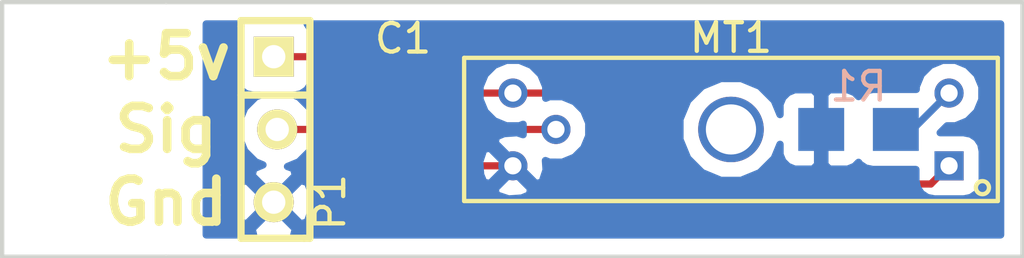
<source format=kicad_pcb>
(kicad_pcb (version 4) (host pcbnew 4.0.2-1.fc23-product)

  (general
    (links 8)
    (no_connects 0)
    (area 50.724999 64.961886 86.435001 77.278114)
    (thickness 1.6)
    (drawings 9)
    (tracks 15)
    (zones 0)
    (modules 4)
    (nets 5)
  )

  (page A4)
  (layers
    (0 F.Cu signal)
    (31 B.Cu signal)
    (32 B.Adhes user)
    (33 F.Adhes user)
    (34 B.Paste user)
    (35 F.Paste user)
    (36 B.SilkS user)
    (37 F.SilkS user)
    (38 B.Mask user)
    (39 F.Mask user)
    (40 Dwgs.User user)
    (41 Cmts.User user)
    (42 Eco1.User user)
    (43 Eco2.User user)
    (44 Edge.Cuts user)
    (45 Margin user)
    (46 B.CrtYd user)
    (47 F.CrtYd user)
    (48 B.Fab user)
    (49 F.Fab user)
  )

  (setup
    (last_trace_width 0.25)
    (trace_clearance 0.2)
    (zone_clearance 0.508)
    (zone_45_only no)
    (trace_min 0.2)
    (segment_width 0.2)
    (edge_width 0.15)
    (via_size 0.8)
    (via_drill 0.4)
    (via_min_size 0.4)
    (via_min_drill 0.3)
    (uvia_size 0.3)
    (uvia_drill 0.1)
    (uvias_allowed no)
    (uvia_min_size 0.2)
    (uvia_min_drill 0.1)
    (pcb_text_width 0.3)
    (pcb_text_size 1.5 1.5)
    (mod_edge_width 0.15)
    (mod_text_size 1 1)
    (mod_text_width 0.15)
    (pad_size 1.524 1.524)
    (pad_drill 0.762)
    (pad_to_mask_clearance 0.2)
    (aux_axis_origin 0 0)
    (visible_elements FFFFFF7F)
    (pcbplotparams
      (layerselection 0x010f0_80000001)
      (usegerberextensions false)
      (excludeedgelayer true)
      (linewidth 0.100000)
      (plotframeref false)
      (viasonmask false)
      (mode 1)
      (useauxorigin false)
      (hpglpennumber 1)
      (hpglpenspeed 20)
      (hpglpendiameter 15)
      (hpglpenoverlay 2)
      (psnegative false)
      (psa4output false)
      (plotreference true)
      (plotvalue true)
      (plotinvisibletext false)
      (padsonsilk false)
      (subtractmaskfromsilk false)
      (outputformat 1)
      (mirror false)
      (drillshape 0)
      (scaleselection 1)
      (outputdirectory ../Gerbers/))
  )

  (net 0 "")
  (net 1 "Net-(MT1-Pad4)")
  (net 2 "Net-(MT1-Pad2)")
  (net 3 /GND)
  (net 4 /Vcc)

  (net_class Default "This is the default net class."
    (clearance 0.2)
    (trace_width 0.25)
    (via_dia 0.8)
    (via_drill 0.4)
    (uvia_dia 0.3)
    (uvia_drill 0.1)
    (add_net /GND)
    (add_net /Vcc)
    (add_net "Net-(MT1-Pad2)")
    (add_net "Net-(MT1-Pad4)")
  )

  (module Connectors:CONN_2.54mm_1x3 (layer F.Cu) (tedit 5880497D) (tstamp 58804536)
    (at 60.325 71.12 90)
    (path /58802BFC)
    (fp_text reference P1 (at -2.54 1.905 90) (layer F.SilkS)
      (effects (font (size 1 1) (thickness 0.15)))
    )
    (fp_text value CONN_1x3 (at 0 -2.5 90) (layer F.SilkS) hide
      (effects (font (thickness 0.3048)))
    )
    (fp_line (start 1.2 1.2) (end 1.2 -1.2) (layer F.SilkS) (width 0.254))
    (fp_line (start 3.6 -1.2) (end -3.8 -1.2) (layer F.SilkS) (width 0.254))
    (fp_line (start -3.8 -1.2) (end -3.8 1) (layer F.SilkS) (width 0.254))
    (fp_line (start -3.8 1) (end -3.8 1.2) (layer F.SilkS) (width 0.254))
    (fp_line (start -3.8 1.2) (end 3.8 1.2) (layer F.SilkS) (width 0.254))
    (fp_line (start 3.8 1.2) (end 3.8 -1.2) (layer F.SilkS) (width 0.254))
    (fp_line (start 3.8 -1.2) (end 3.6 -1.2) (layer F.SilkS) (width 0.254))
    (pad 1 thru_hole rect (at 2.54 -0.06096 90) (size 1.397 1.397) (drill 0.8128) (layers *.Cu *.Mask F.SilkS)
      (net 4 /Vcc))
    (pad 2 thru_hole circle (at 0 0.06096 90) (size 1.397 1.397) (drill 0.8128) (layers *.Cu *.Mask F.SilkS)
      (net 1 "Net-(MT1-Pad4)"))
    (pad 3 thru_hole circle (at -2.54 -0.06096 90) (size 1.397 1.397) (drill 0.8128) (layers *.Cu *.Mask F.SilkS)
      (net 3 /GND))
  )

  (module SMD:SMD_0805 (layer B.Cu) (tedit 550A2F4B) (tstamp 58804540)
    (at 80.645 71.12 90)
    (tags Handsolderable)
    (path /58802D81)
    (fp_text reference R1 (at 1.5 0 360) (layer B.SilkS)
      (effects (font (size 1 1) (thickness 0.15)) (justify mirror))
    )
    (fp_text value 470 (at -1.6 0 360) (layer B.Fab) hide
      (effects (font (size 1 1) (thickness 0.15)) (justify mirror))
    )
    (fp_line (start -0.6 1) (end 0.6 1) (layer Margin) (width 0.15))
    (fp_line (start 0.6 1) (end 0.6 -1) (layer Margin) (width 0.15))
    (fp_line (start 0.6 -1) (end -0.6 -1) (layer Margin) (width 0.15))
    (fp_line (start -0.6 -1) (end -0.6 1) (layer Margin) (width 0.15))
    (pad 1 smd rect (at 0 1.3 90) (size 1.5 1.6) (layers B.Cu B.Paste B.Mask)
      (net 2 "Net-(MT1-Pad2)"))
    (pad 2 smd rect (at 0 -1.3 90) (size 1.5 1.6) (layers B.Cu B.Paste B.Mask)
      (net 3 /GND))
    (model 3D/SMD/SMD-0805.wrl
      (at (xyz 0 0 0))
      (scale (xyz 0.3937 0.3937 0.3937))
      (rotate (xyz 0 0 0))
    )
  )

  (module SMD:SMD_0805 (layer F.Cu) (tedit 58804930) (tstamp 58804CD1)
    (at 64.77 71.12)
    (tags Handsolderable)
    (path /588044E0)
    (fp_text reference C1 (at 0 -3.175 180) (layer F.SilkS)
      (effects (font (size 1 1) (thickness 0.15)))
    )
    (fp_text value 0.1u (at -1.6 0 90) (layer F.Fab) hide
      (effects (font (size 1 1) (thickness 0.15)))
    )
    (fp_line (start -0.6 -1) (end 0.6 -1) (layer Margin) (width 0.15))
    (fp_line (start 0.6 -1) (end 0.6 1) (layer Margin) (width 0.15))
    (fp_line (start 0.6 1) (end -0.6 1) (layer Margin) (width 0.15))
    (fp_line (start -0.6 1) (end -0.6 -1) (layer Margin) (width 0.15))
    (pad 1 smd rect (at 0 -1.3) (size 1.5 1.6) (layers F.Cu F.Paste F.Mask)
      (net 4 /Vcc))
    (pad 2 smd rect (at 0 1.3) (size 1.5 1.6) (layers F.Cu F.Paste F.Mask)
      (net 3 /GND))
    (model 3D/SMD/SMD-0805.wrl
      (at (xyz 0 0 0))
      (scale (xyz 0.3937 0.3937 0.3937))
      (rotate (xyz 0 0 0))
    )
  )

  (module Sensors:SHARP_GP1A57HRJ00F (layer F.Cu) (tedit 5880F349) (tstamp 58804528)
    (at 76.2 71.12)
    (tags "Sharp GP1A57HRJ00F Photo Interrupter")
    (path /58802AE2)
    (fp_text reference MT1 (at 0 -3.2) (layer F.SilkS)
      (effects (font (size 1 1) (thickness 0.15)))
    )
    (fp_text value GP1A57HRJ00F (at 0 3.2) (layer F.Fab) hide
      (effects (font (size 1 1) (thickness 0.15)))
    )
    (fp_circle (center 8.763 2.032) (end 8.89 1.8415) (layer F.SilkS) (width 0.15))
    (fp_line (start 9.3 -2.5) (end -9.3 -2.5) (layer F.SilkS) (width 0.15))
    (fp_line (start -9.3 2.5) (end 9.3 2.5) (layer F.SilkS) (width 0.15))
    (fp_line (start -9.3 -2.5) (end -9.3 2.5) (layer F.SilkS) (width 0.15))
    (fp_line (start 9.3 -2.5) (end 9.3 2.5) (layer F.SilkS) (width 0.15))
    (pad 4 thru_hole circle (at -6.1 0) (size 1.016 1.016) (drill 0.6) (layers *.Cu *.Mask)
      (net 1 "Net-(MT1-Pad4)"))
    (pad 5 thru_hole circle (at -7.6 1.27) (size 1.016 1.016) (drill 0.6) (layers *.Cu *.Mask)
      (net 3 /GND))
    (pad 3 thru_hole circle (at -7.6 -1.27) (size 1.016 1.016) (drill 0.6) (layers *.Cu *.Mask)
      (net 4 /Vcc))
    (pad 2 thru_hole circle (at 7.6 -1.27) (size 1.016 1.016) (drill 0.6) (layers *.Cu *.Mask)
      (net 2 "Net-(MT1-Pad2)"))
    (pad 1 thru_hole rect (at 7.6 1.27) (size 1.016 1.016) (drill 0.6) (layers *.Cu *.Mask)
      (net 4 /Vcc))
    (pad "" thru_hole circle (at 0 0) (size 2.286 2.286) (drill 1.75) (layers *.Cu *.Mask))
    (model /home/imcinerney/Documents/Github/Crazyflie_Tools/Propeller_Speed/2-Hardware/KiCad-Libraries/3D/SHARP_GP1A57HRJ00F.wrl
      (at (xyz 0 0 0))
      (scale (xyz 0.3937 0.3937 0.3937))
      (rotate (xyz 0 0 0))
    )
  )

  (gr_text Gnd (at 56.515 73.66) (layer F.SilkS)
    (effects (font (size 1.5 1.5) (thickness 0.3)))
  )
  (gr_text Sig (at 56.515 71.12) (layer F.SilkS)
    (effects (font (size 1.5 1.5) (thickness 0.3)))
  )
  (gr_text +5v (at 56.515 68.58) (layer F.SilkS)
    (effects (font (size 1.5 1.5) (thickness 0.3)))
  )
  (gr_line (start 50.8 75.565) (end 56.515 75.565) (angle 90) (layer Edge.Cuts) (width 0.15))
  (gr_line (start 50.8 66.675) (end 50.8 75.565) (angle 90) (layer Edge.Cuts) (width 0.15))
  (gr_line (start 56.515 66.675) (end 50.8 66.675) (angle 90) (layer Edge.Cuts) (width 0.15))
  (gr_line (start 86.36 66.675) (end 56.515 66.675) (angle 90) (layer Edge.Cuts) (width 0.15))
  (gr_line (start 86.36 75.565) (end 56.515 75.565) (angle 90) (layer Edge.Cuts) (width 0.15))
  (gr_line (start 86.36 66.675) (end 86.36 75.565) (angle 90) (layer Edge.Cuts) (width 0.15))

  (segment (start 70.1 71.12) (end 60.38596 71.12) (width 0.25) (layer F.Cu) (net 1))
  (segment (start 81.945 71.12) (end 82.53 71.12) (width 0.25) (layer B.Cu) (net 2))
  (segment (start 82.53 71.12) (end 83.8 69.85) (width 0.25) (layer B.Cu) (net 2) (tstamp 58804D6F))
  (segment (start 68.6 72.39) (end 64.8 72.39) (width 0.25) (layer F.Cu) (net 3))
  (segment (start 64.8 72.39) (end 64.77 72.42) (width 0.25) (layer F.Cu) (net 3) (tstamp 58804DD5))
  (segment (start 64.77 69.82) (end 63.47 69.82) (width 0.25) (layer F.Cu) (net 4))
  (segment (start 62.23 68.58) (end 60.26404 68.58) (width 0.25) (layer F.Cu) (net 4) (tstamp 58804DD0))
  (segment (start 63.47 69.82) (end 62.23 68.58) (width 0.25) (layer F.Cu) (net 4) (tstamp 58804DCE))
  (segment (start 68.6 69.85) (end 64.8 69.85) (width 0.25) (layer F.Cu) (net 4))
  (segment (start 64.8 69.85) (end 64.77 69.82) (width 0.25) (layer F.Cu) (net 4) (tstamp 58804DCB))
  (segment (start 68.6 69.85) (end 71.755 69.85) (width 0.25) (layer F.Cu) (net 4))
  (segment (start 83.165 73.025) (end 83.8 72.39) (width 0.25) (layer F.Cu) (net 4) (tstamp 58804D6C))
  (segment (start 74.93 73.025) (end 83.165 73.025) (width 0.25) (layer F.Cu) (net 4) (tstamp 58804D6A))
  (segment (start 71.755 69.85) (end 74.93 73.025) (width 0.25) (layer F.Cu) (net 4) (tstamp 58804D69))
  (segment (start 68.57 69.82) (end 68.6 69.85) (width 0.25) (layer F.Cu) (net 4) (tstamp 58804D54))

  (zone (net 3) (net_name /GND) (layer B.Cu) (tstamp 58804D72) (hatch edge 0.508)
    (connect_pads (clearance 0.508))
    (min_thickness 0.254)
    (fill yes (arc_segments 16) (thermal_gap 0.508) (thermal_bridge_width 0.508))
    (polygon
      (pts
        (xy 85.725 74.93) (xy 57.785 74.93) (xy 57.785 67.31) (xy 85.725 67.31)
      )
    )
    (filled_polygon
      (pts
        (xy 58.967383 67.633735) (xy 58.9181 67.8815) (xy 58.9181 69.2785) (xy 58.967383 69.526265) (xy 59.107731 69.736309)
        (xy 59.317775 69.876657) (xy 59.56554 69.92594) (xy 59.783844 69.92594) (xy 59.63158 69.988854) (xy 59.256133 70.363647)
        (xy 59.052692 70.853587) (xy 59.052229 71.384086) (xy 59.254814 71.87438) (xy 59.629607 72.249827) (xy 59.890193 72.358032)
        (xy 59.571111 72.4902) (xy 59.509457 72.725812) (xy 60.26404 73.480395) (xy 61.018623 72.725812) (xy 60.956969 72.4902)
        (xy 60.743566 72.415089) (xy 61.14034 72.251146) (xy 61.148445 72.243055) (xy 67.443909 72.243055) (xy 67.475678 72.696657)
        (xy 67.588144 72.968176) (xy 67.804081 73.006314) (xy 68.420395 72.39) (xy 67.804081 71.773686) (xy 67.588144 71.811824)
        (xy 67.443909 72.243055) (xy 61.148445 72.243055) (xy 61.515787 71.876353) (xy 61.719228 71.386413) (xy 61.719691 70.855914)
        (xy 61.517106 70.36562) (xy 61.228349 70.076359) (xy 67.456802 70.076359) (xy 67.630446 70.496612) (xy 67.951697 70.818423)
        (xy 68.371646 70.992801) (xy 68.826359 70.993198) (xy 68.957158 70.939153) (xy 68.956839 71.304113) (xy 68.746945 71.233909)
        (xy 68.293343 71.265678) (xy 68.021824 71.378144) (xy 67.983686 71.594081) (xy 68.6 72.210395) (xy 68.614143 72.196253)
        (xy 68.793748 72.375858) (xy 68.779605 72.39) (xy 69.395919 73.006314) (xy 69.611856 72.968176) (xy 69.756091 72.536945)
        (xy 69.732854 72.20517) (xy 69.871646 72.262801) (xy 70.326359 72.263198) (xy 70.746612 72.089554) (xy 71.068423 71.768303)
        (xy 71.191411 71.472114) (xy 74.421692 71.472114) (xy 74.691806 72.12584) (xy 75.191529 72.626436) (xy 75.844782 72.897691)
        (xy 76.552114 72.898308) (xy 77.20584 72.628194) (xy 77.706436 72.128471) (xy 77.91 71.638236) (xy 77.91 71.996309)
        (xy 78.006673 72.229698) (xy 78.185301 72.408327) (xy 78.41869 72.505) (xy 79.05925 72.505) (xy 79.218 72.34625)
        (xy 79.218 71.247) (xy 79.198 71.247) (xy 79.198 70.993) (xy 79.218 70.993) (xy 79.218 69.89375)
        (xy 79.472 69.89375) (xy 79.472 70.993) (xy 79.492 70.993) (xy 79.492 71.247) (xy 79.472 71.247)
        (xy 79.472 72.34625) (xy 79.63075 72.505) (xy 80.27131 72.505) (xy 80.504699 72.408327) (xy 80.646345 72.26668)
        (xy 80.687191 72.327809) (xy 80.897235 72.468157) (xy 81.145 72.51744) (xy 82.64456 72.51744) (xy 82.64456 72.898)
        (xy 82.693843 73.145765) (xy 82.834191 73.355809) (xy 83.044235 73.496157) (xy 83.292 73.54544) (xy 84.308 73.54544)
        (xy 84.555765 73.496157) (xy 84.765809 73.355809) (xy 84.906157 73.145765) (xy 84.95544 72.898) (xy 84.95544 71.882)
        (xy 84.906157 71.634235) (xy 84.765809 71.424191) (xy 84.555765 71.283843) (xy 84.308 71.23456) (xy 83.490242 71.23456)
        (xy 83.731861 70.992941) (xy 84.026359 70.993198) (xy 84.446612 70.819554) (xy 84.768423 70.498303) (xy 84.942801 70.078354)
        (xy 84.943198 69.623641) (xy 84.769554 69.203388) (xy 84.448303 68.881577) (xy 84.028354 68.707199) (xy 83.573641 68.706802)
        (xy 83.153388 68.880446) (xy 82.831577 69.201697) (xy 82.657199 69.621646) (xy 82.657111 69.72256) (xy 81.145 69.72256)
        (xy 80.897235 69.771843) (xy 80.687191 69.912191) (xy 80.646345 69.97332) (xy 80.504699 69.831673) (xy 80.27131 69.735)
        (xy 79.63075 69.735) (xy 79.472 69.89375) (xy 79.218 69.89375) (xy 79.05925 69.735) (xy 78.41869 69.735)
        (xy 78.185301 69.831673) (xy 78.006673 70.010302) (xy 77.91 70.243691) (xy 77.91 70.602568) (xy 77.708194 70.11416)
        (xy 77.208471 69.613564) (xy 76.555218 69.342309) (xy 75.847886 69.341692) (xy 75.19416 69.611806) (xy 74.693564 70.111529)
        (xy 74.422309 70.764782) (xy 74.421692 71.472114) (xy 71.191411 71.472114) (xy 71.242801 71.348354) (xy 71.243198 70.893641)
        (xy 71.069554 70.473388) (xy 70.748303 70.151577) (xy 70.328354 69.977199) (xy 69.873641 69.976802) (xy 69.742842 70.030847)
        (xy 69.743198 69.623641) (xy 69.569554 69.203388) (xy 69.248303 68.881577) (xy 68.828354 68.707199) (xy 68.373641 68.706802)
        (xy 67.953388 68.880446) (xy 67.631577 69.201697) (xy 67.457199 69.621646) (xy 67.456802 70.076359) (xy 61.228349 70.076359)
        (xy 61.142313 69.990173) (xy 60.979499 69.922567) (xy 61.210305 69.876657) (xy 61.420349 69.736309) (xy 61.560697 69.526265)
        (xy 61.60998 69.2785) (xy 61.60998 67.8815) (xy 61.560697 67.633735) (xy 61.429242 67.437) (xy 85.598 67.437)
        (xy 85.598 74.803) (xy 60.963982 74.803) (xy 61.018623 74.594188) (xy 60.26404 73.839605) (xy 59.509457 74.594188)
        (xy 59.564098 74.803) (xy 57.912 74.803) (xy 57.912 73.46748) (xy 58.918113 73.46748) (xy 58.946892 73.997199)
        (xy 59.09424 74.352929) (xy 59.329852 74.414583) (xy 60.084435 73.66) (xy 60.443645 73.66) (xy 61.198228 74.414583)
        (xy 61.43384 74.352929) (xy 61.609967 73.85252) (xy 61.581188 73.322801) (xy 61.52449 73.185919) (xy 67.983686 73.185919)
        (xy 68.021824 73.401856) (xy 68.453055 73.546091) (xy 68.906657 73.514322) (xy 69.178176 73.401856) (xy 69.216314 73.185919)
        (xy 68.6 72.569605) (xy 67.983686 73.185919) (xy 61.52449 73.185919) (xy 61.43384 72.967071) (xy 61.198228 72.905417)
        (xy 60.443645 73.66) (xy 60.084435 73.66) (xy 59.329852 72.905417) (xy 59.09424 72.967071) (xy 58.918113 73.46748)
        (xy 57.912 73.46748) (xy 57.912 67.437) (xy 59.098838 67.437)
      )
    )
  )
)

</source>
